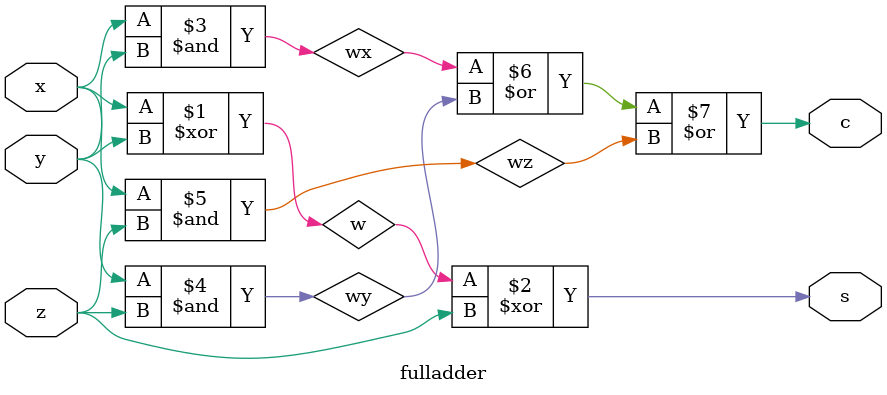
<source format=v>

module fulladder(x,y,z,s,c);
	input x,y,z;
	output s,c;
	wire w,wx,wy,wz;
	xor x0(w,x,y);
	xor x1(s,w,z);
	and a0(wx,x,y);
	and a1(wy,y,z);
	and a2(wz,x,z);
	or o0(c,wx,wy,wz);
endmodule


</source>
